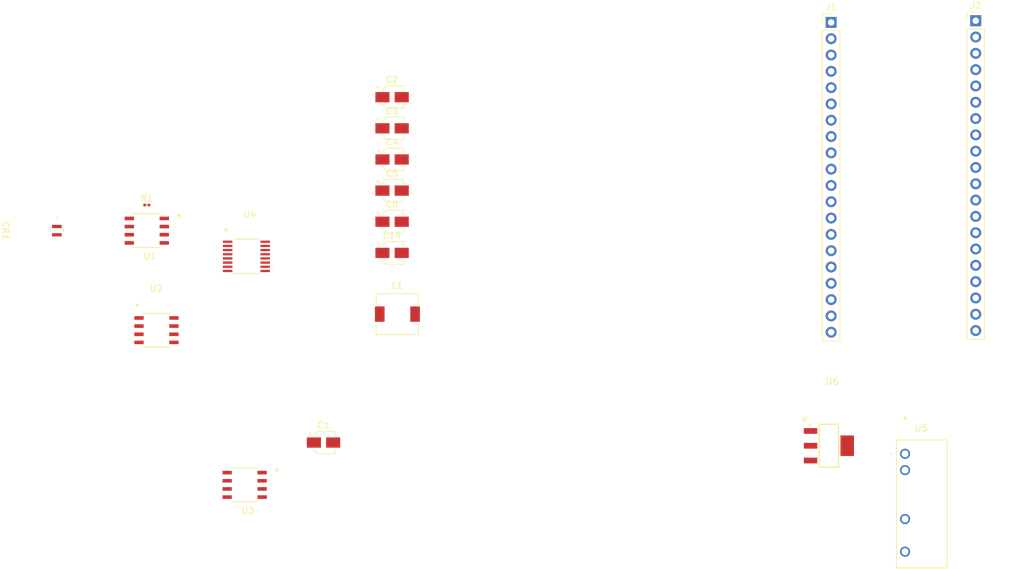
<source format=kicad_pcb>
(kicad_pcb (version 20241229) (generator "pcbnew") (generator_version "9.0")
  (layers (0 "F.Cu" signal) (2 "B.Cu" signal) (13 "F.Paste" user) (15 "B.Paste" user) (5 "F.SilkS" user "F.Silkscreen") (7 "B.SilkS" user "B.Silkscreen") (1 "F.Mask" user) (3 "B.Mask" user) (25 "Edge.Cuts" user))
  (net 0 "")
  (net 1 "GND")
  (net 2 "Net-(U2-NOISEREDUCTION)")
  (net 3 "Net-(U4-REFIO)")
  (net 4 "Net-(U4-REFCAP)")
  (net 5 "Net-(U6-IN)")
  (net 6 "Net-(U6-OUT)")
  (net 7 "Net-(C14-Pad1)")
  (net 8 "Net-(U1--)")
  (net 9 "Virtual Ground")
  (net 12 "ALARM")
  (net 18 "SPI_SCK")
  (net 20 "SPI_SDO")
  (net 25 "SPI_SDI")
  (net 28 "SPI_CS")
  (net 29 "RESET")
  (net 36 "VBUS")
  (net 42 "3V3")
  (net 50 "Net-(U5-+VOUT)")
  (net 51 "Signal")
  (net 54 "Op Amp Voltage Source")
  (net 56 "Net-(U2-OUT)")
  (net 59 "VDD")
  (net 66 "DVDD")
  (footprint "Connector_PinHeader_2.54mm:PinHeader_1x20_P2.54mm_Vertical" (layer "F.Cu") (at 175 43.06)
    (property "Reference" "J1" (at 0 -2.38 0) (layer "F.SilkS"))
    (property "Value" "Conn_01x20_Socket")
    (fp_line (start -1.38 -1.38) (end 0 -1.38) (stroke (width 0.12)) (layer "F.SilkS"))
    (fp_line (start -1.38 0) (end -1.38 -1.38) (stroke (width 0.12)) (layer "F.SilkS"))
    (fp_line (start -1.38 1.27) (end -1.38 49.64) (stroke (width 0.12)) (layer "F.SilkS"))
    (fp_line (start -1.38 1.27) (end 1.38 1.27) (stroke (width 0.12)) (layer "F.SilkS"))
    (fp_line (start -1.38 49.64) (end 1.38 49.64) (stroke (width 0.12)) (layer "F.SilkS"))
    (fp_line (start 1.38 1.27) (end 1.38 49.64) (stroke (width 0.12)) (layer "F.SilkS"))
    (pad "1" thru_hole rect (at 0 0) (size 1.7 1.7) (drill 1) (layers "*.Cu" "*.Mask"))
    (pad "2" thru_hole circle (at 0 2.54) (size 1.7 1.7) (drill 1) (layers "*.Cu" "*.Mask"))
    (pad "3" thru_hole circle (at 0 5.08) (size 1.7 1.7) (drill 1) (layers "*.Cu" "*.Mask"))
    (pad "4" thru_hole circle (at 0 7.62) (size 1.7 1.7) (drill 1) (layers "*.Cu" "*.Mask") (net 18 "SPI_SCK"))
    (pad "5" thru_hole circle (at 0 10.16) (size 1.7 1.7) (drill 1) (layers "*.Cu" "*.Mask") (net 25 "SPI_SDI"))
    (pad "6" thru_hole circle (at 0 12.7) (size 1.7 1.7) (drill 1) (layers "*.Cu" "*.Mask") (net 20 "SPI_SDO"))
    (pad "7" thru_hole circle (at 0 15.24) (size 1.7 1.7) (drill 1) (layers "*.Cu" "*.Mask") (net 28 "SPI_CS"))
    (pad "8" thru_hole circle (at 0 17.78) (size 1.7 1.7) (drill 1) (layers "*.Cu" "*.Mask") (net 29 "RESET"))
    (pad "9" thru_hole circle (at 0 20.32) (size 1.7 1.7) (drill 1) (layers "*.Cu" "*.Mask") (net 12 "ALARM"))
    (pad "10" thru_hole circle (at 0 22.86) (size 1.7 1.7) (drill 1) (layers "*.Cu" "*.Mask"))
    (pad "11" thru_hole circle (at 0 25.4) (size 1.7 1.7) (drill 1) (layers "*.Cu" "*.Mask"))
    (pad "12" thru_hole circle (at 0 27.94) (size 1.7 1.7) (drill 1) (layers "*.Cu" "*.Mask"))
    (pad "13" thru_hole circle (at 0 30.48) (size 1.7 1.7) (drill 1) (layers "*.Cu" "*.Mask"))
    (pad "14" thru_hole circle (at 0 33.02) (size 1.7 1.7) (drill 1) (layers "*.Cu" "*.Mask"))
    (pad "15" thru_hole circle (at 0 35.56) (size 1.7 1.7) (drill 1) (layers "*.Cu" "*.Mask"))
    (pad "16" thru_hole circle (at 0 38.1) (size 1.7 1.7) (drill 1) (layers "*.Cu" "*.Mask"))
    (pad "17" thru_hole circle (at 0 40.64) (size 1.7 1.7) (drill 1) (layers "*.Cu" "*.Mask"))
    (pad "18" thru_hole circle (at 0 43.18) (size 1.7 1.7) (drill 1) (layers "*.Cu" "*.Mask"))
    (pad "19" thru_hole circle (at 0 45.72) (size 1.7 1.7) (drill 1) (layers "*.Cu" "*.Mask"))
    (pad "20" thru_hole circle (at 0 48.26) (size 1.7 1.7) (drill 1) (layers "*.Cu" "*.Mask"))
  )
  (footprint "00-footprint-library:OPA 657 D8" (layer "F.Cu") (at 83.721348 115.095)
    (property "Reference" "U3" (at 0.5 4 0) (layer "F.SilkS"))
    (property "Value" "OPA657U")
    (fp_line (start -2.1209 2.6289) (end 2.1209 2.6289) (stroke (width 0.1524)) (layer "F.SilkS"))
    (fp_line (start 2.1209 -2.6289) (end -2.1209 -2.6289) (stroke (width 0.1524)) (layer "F.SilkS"))
    (fp_text user "*" (at 5 -2 0) (layer "F.SilkS"))
    (fp_text user "*" (at 5 -2 0) (layer "F.SilkS"))
    (pad "1" smd rect (at -2.721348 -1.905) (size 1.454899 0.558) (layers "F.Cu" "F.Mask" "F.Paste"))
    (pad "2" smd rect (at -2.721348 -0.635) (size 1.454899 0.558) (layers "F.Cu" "F.Mask" "F.Paste") (net 9 "Virtual Ground"))
    (pad "3" smd rect (at -2.721348 0.635) (size 1.454899 0.558) (layers "F.Cu" "F.Mask" "F.Paste") (net 56 "Net-(U2-OUT)"))
    (pad "4" smd rect (at -2.721348 1.905) (size 1.454899 0.558) (layers "F.Cu" "F.Mask" "F.Paste") (net 1 "GND"))
    (pad "5" smd rect (at 2.721348 1.905) (size 1.454899 0.558) (layers "F.Cu" "F.Mask" "F.Paste"))
    (pad "6" smd rect (at 2.721348 0.635) (size 1.454899 0.558) (layers "F.Cu" "F.Mask" "F.Paste") (net 9 "Virtual Ground"))
    (pad "7" smd rect (at 2.721348 -0.635) (size 1.454899 0.558) (layers "F.Cu" "F.Mask" "F.Paste") (net 54 "Op Amp Voltage Source"))
    (pad "8" smd rect (at 2.721348 -1.905) (size 1.454899 0.558) (layers "F.Cu" "F.Mask" "F.Paste"))
  )
  (footprint "00-footprint-library:LM2940IMPX-8.0_NOPB DCY0004A_N" (layer "F.Cu") (at 174.650001 109)
    (property "Reference" "U6" (at 0.5 -10 0) (layer "F.SilkS"))
    (property "Value" "LM2940IMPX-8.0/NOPB")
    (fp_line (start -1.5 -3.350001) (end 1.5 -3.350001) (stroke (width 0.2)) (layer "F.SilkS"))
    (fp_line (start -1.5 3.349998) (end -1.5 -3.350001) (stroke (width 0.2)) (layer "F.SilkS"))
    (fp_line (start -1.5 3.349998) (end 1.5 3.349998) (stroke (width 0.2)) (layer "F.SilkS"))
    (fp_line (start 1.5 3.349998) (end 1.5 -3.350001) (stroke (width 0.2)) (layer "F.SilkS"))
    (fp_circle (center -2.849999 -3.300001) (end -2.724998 -3.300001) (stroke (width 0.25)) (fill no) (layer "F.SilkS"))
    (fp_text user "u" (at -3.7846 -4.318 0) (layer "F.SilkS"))
    (pad "1" smd rect (at -2.849999 -2.3 90) (size 0.900001 2.100001) (layers "F.Cu" "F.Mask" "F.Paste") (net 5 "Net-(U6-IN)"))
    (pad "2" smd rect (at -2.849999 0 90) (size 0.900001 2.100001) (layers "F.Cu" "F.Mask" "F.Paste") (net 1 "GND"))
    (pad "3" smd rect (at -2.849999 2.3 90) (size 0.900001 2.100001) (layers "F.Cu" "F.Mask" "F.Paste") (net 6 "Net-(U6-OUT)"))
    (pad "4" smd rect (at 2.849999 0 90) (size 3.200001 2.100001) (layers "F.Cu" "F.Mask" "F.Paste") (net 1 "GND"))
  )
  (footprint "Capacitor_SMD:CP_Elec_3x5.3" (layer "F.Cu") (at 106.67 74.11)
    (property "Reference" "C6" (at 0 -2.7 0) (layer "F.SilkS"))
    (property "Value" "22u")
    (fp_line (start -2.375 -1.435) (end -2 -1.435) (stroke (width 0.12)) (layer "F.SilkS"))
    (fp_line (start -2.1875 -1.6225) (end -2.1875 -1.2475) (stroke (width 0.12)) (layer "F.SilkS"))
    (fp_line (start -1.570563 -1.06) (end -0.870563 -1.76) (stroke (width 0.12)) (layer "F.SilkS"))
    (fp_line (start -1.570563 1.06) (end -0.870563 1.76) (stroke (width 0.12)) (layer "F.SilkS"))
    (fp_line (start -0.870563 -1.76) (end 1.76 -1.76) (stroke (width 0.12)) (layer "F.SilkS"))
    (fp_line (start -0.870563 1.76) (end 1.76 1.76) (stroke (width 0.12)) (layer "F.SilkS"))
    (fp_line (start 1.76 -1.76) (end 1.76 -1.06) (stroke (width 0.12)) (layer "F.SilkS"))
    (fp_line (start 1.76 1.76) (end 1.76 1.06) (stroke (width 0.12)) (layer "F.SilkS"))
    (pad "1" smd rect (at -1.5 0) (size 2.2 1.6) (layers "F.Cu" "F.Mask" "F.Paste") (net 6 "Net-(U6-OUT)"))
    (pad "2" smd rect (at 1.5 0) (size 2.2 1.6) (layers "F.Cu" "F.Mask" "F.Paste") (net 1 "GND"))
  )
  (footprint "Resistor_SMD:R_0201_0603Metric" (layer "F.Cu") (at 68.5 71.5)
    (property "Reference" "R1" (at 0 -1.05 0) (layer "F.SilkS"))
    (property "Value" "15k")
    (pad "1" smd roundrect (at -0.32 0) (size 0.46 0.4) (layers "F.Cu" "F.Mask") (net 8 "Net-(U1--)"))
    (pad "2" smd roundrect (at 0.32 0) (size 0.46 0.4) (layers "F.Cu" "F.Mask") (net 51 "Signal"))
  )
  (footprint "Capacitor_SMD:CP_Elec_3x5.3" (layer "F.Cu") (at 96 108.5)
    (property "Reference" "C1" (at 0 -2.7 0) (layer "F.SilkS"))
    (property "Value" "0.1u")
    (fp_line (start -2.375 -1.435) (end -2 -1.435) (stroke (width 0.12)) (layer "F.SilkS"))
    (fp_line (start -2.1875 -1.6225) (end -2.1875 -1.2475) (stroke (width 0.12)) (layer "F.SilkS"))
    (fp_line (start -1.570563 -1.06) (end -0.870563 -1.76) (stroke (width 0.12)) (layer "F.SilkS"))
    (fp_line (start -1.570563 1.06) (end -0.870563 1.76) (stroke (width 0.12)) (layer "F.SilkS"))
    (fp_line (start -0.870563 -1.76) (end 1.76 -1.76) (stroke (width 0.12)) (layer "F.SilkS"))
    (fp_line (start -0.870563 1.76) (end 1.76 1.76) (stroke (width 0.12)) (layer "F.SilkS"))
    (fp_line (start 1.76 -1.76) (end 1.76 -1.06) (stroke (width 0.12)) (layer "F.SilkS"))
    (fp_line (start 1.76 1.76) (end 1.76 1.06) (stroke (width 0.12)) (layer "F.SilkS"))
    (pad "1" smd rect (at -1.5 0) (size 2.2 1.6) (layers "F.Cu" "F.Mask" "F.Paste") (net 2 "Net-(U2-NOISEREDUCTION)"))
    (pad "2" smd rect (at 1.5 0) (size 2.2 1.6) (layers "F.Cu" "F.Mask" "F.Paste") (net 1 "GND"))
  )
  (footprint "Inductor_SMD:L_6.3x6.3_H3" (layer "F.Cu") (at 107.5 88.5)
    (property "Reference" "L1" (at 0 -4.45 0) (layer "F.SilkS"))
    (property "Value" "22u")
    (fp_line (start -3.3 -3.2) (end 3.3 -3.2) (stroke (width 0.12)) (layer "F.SilkS"))
    (fp_line (start -3.3 -1.5) (end -3.3 -3.2) (stroke (width 0.12)) (layer "F.SilkS"))
    (fp_line (start -3.3 3.2) (end -3.3 1.5) (stroke (width 0.12)) (layer "F.SilkS"))
    (fp_line (start 3.3 -3.2) (end 3.3 -1.5) (stroke (width 0.12)) (layer "F.SilkS"))
    (fp_line (start 3.3 1.5) (end 3.3 3.2) (stroke (width 0.12)) (layer "F.SilkS"))
    (fp_line (start 3.3 3.2) (end -3.3 3.2) (stroke (width 0.12)) (layer "F.SilkS"))
    (pad "1" smd rect (at -2.75 0) (size 1.5 2.4) (layers "F.Cu" "F.Mask" "F.Paste") (net 50 "Net-(U5-+VOUT)"))
    (pad "2" smd rect (at 2.75 0) (size 1.5 2.4) (layers "F.Cu" "F.Mask" "F.Paste") (net 7 "Net-(C14-Pad1)"))
  )
  (footprint "Capacitor_SMD:CP_Elec_3x5.3" (layer "F.Cu") (at 106.67 78.96)
    (property "Reference" "C14" (at 0 -2.7 0) (layer "F.SilkS"))
    (property "Value" "2.2u")
    (fp_line (start -2.375 -1.435) (end -2 -1.435) (stroke (width 0.12)) (layer "F.SilkS"))
    (fp_line (start -2.1875 -1.6225) (end -2.1875 -1.2475) (stroke (width 0.12)) (layer "F.SilkS"))
    (fp_line (start -1.570563 -1.06) (end -0.870563 -1.76) (stroke (width 0.12)) (layer "F.SilkS"))
    (fp_line (start -1.570563 1.06) (end -0.870563 1.76) (stroke (width 0.12)) (layer "F.SilkS"))
    (fp_line (start -0.870563 -1.76) (end 1.76 -1.76) (stroke (width 0.12)) (layer "F.SilkS"))
    (fp_line (start -0.870563 1.76) (end 1.76 1.76) (stroke (width 0.12)) (layer "F.SilkS"))
    (fp_line (start 1.76 -1.76) (end 1.76 -1.06) (stroke (width 0.12)) (layer "F.SilkS"))
    (fp_line (start 1.76 1.76) (end 1.76 1.06) (stroke (width 0.12)) (layer "F.SilkS"))
    (pad "1" smd rect (at -1.5 0) (size 2.2 1.6) (layers "F.Cu" "F.Mask" "F.Paste") (net 7 "Net-(C14-Pad1)"))
    (pad "2" smd rect (at 1.5 0) (size 2.2 1.6) (layers "F.Cu" "F.Mask" "F.Paste") (net 1 "GND"))
  )
  (footprint "00-footprint-library:ADS8691IPWR_TEX" (layer "F.Cu") (at 84 79.5)
    (property "Reference" "U4" (at 0.5 -6.5 0) (layer "F.SilkS"))
    (property "Value" "ADS8691IPWR")
    (fp_line (start -1.941024 2.6797) (end 1.941024 2.6797) (stroke (width 0.1524)) (layer "F.SilkS"))
    (fp_line (start 1.941024 -2.6797) (end -1.941024 -2.6797) (stroke (width 0.1524)) (layer "F.SilkS"))
    (fp_poly (pts (xy 4.1656 1.434501) (xy 4.1656 1.815501) (xy 3.9116 1.815501) (xy 3.9116 1.434501)) (fill yes) (layer "F.SilkS"))
    (fp_text user "*" (at -3.175 -3.773601 0) (layer "F.SilkS"))
    (fp_text user "*" (at -3.175 -3.773601 0) (layer "F.SilkS"))
    (pad "1" smd rect (at -2.921 -2.274999) (size 1.4732 0.3556) (layers "F.Cu" "F.Mask" "F.Paste") (net 1 "GND"))
    (pad "2" smd rect (at -2.921 -1.625001) (size 1.4732 0.3556) (layers "F.Cu" "F.Mask" "F.Paste") (net 42 "3V3"))
    (pad "3" smd rect (at -2.921 -0.974999) (size 1.4732 0.3556) (layers "F.Cu" "F.Mask" "F.Paste") (net 1 "GND"))
    (pad "4" smd rect (at -2.921 -0.325001) (size 1.4732 0.3556) (layers "F.Cu" "F.Mask" "F.Paste") (net 3 "Net-(U4-REFIO)"))
    (pad "5" smd rect (at -2.921 0.324998) (size 1.4732 0.3556) (layers "F.Cu" "F.Mask" "F.Paste") (net 1 "GND"))
    (pad "6" smd rect (at -2.921 0.974999) (size 1.4732 0.3556) (layers "F.Cu" "F.Mask" "F.Paste") (net 4 "Net-(U4-REFCAP)"))
    (pad "7" smd rect (at -2.921 1.624998) (size 1.4732 0.3556) (layers "F.Cu" "F.Mask" "F.Paste") (net 51 "Signal"))
    (pad "8" smd rect (at -2.921 2.274999) (size 1.4732 0.3556) (layers "F.Cu" "F.Mask" "F.Paste") (net 1 "GND"))
    (pad "9" smd rect (at 2.921 2.274999) (size 1.4732 0.3556) (layers "F.Cu" "F.Mask" "F.Paste") (net 29 "RESET"))
    (pad "10" smd rect (at 2.921 1.625001) (size 1.4732 0.3556) (layers "F.Cu" "F.Mask" "F.Paste") (net 25 "SPI_SDI"))
    (pad "11" smd rect (at 2.921 0.974999) (size 1.4732 0.3556) (layers "F.Cu" "F.Mask" "F.Paste") (net 28 "SPI_CS"))
    (pad "12" smd rect (at 2.921 0.325001) (size 1.4732 0.3556) (layers "F.Cu" "F.Mask" "F.Paste") (net 18 "SPI_SCK"))
    (pad "13" smd rect (at 2.921 -0.324998) (size 1.4732 0.3556) (layers "F.Cu" "F.Mask" "F.Paste") (net 20 "SPI_SDO"))
    (pad "14" smd rect (at 2.921 -0.974999) (size 1.4732 0.3556) (layers "F.Cu" "F.Mask" "F.Paste") (net 12 "ALARM"))
    (pad "15" smd rect (at 2.921 -1.624998) (size 1.4732 0.3556) (layers "F.Cu" "F.Mask" "F.Paste"))
    (pad "16" smd rect (at 2.921 -2.274999) (size 1.4732 0.3556) (layers "F.Cu" "F.Mask" "F.Paste") (net 66 "DVDD"))
  )
  (footprint "00-footprint-library:D8_TEX TLE2426-EP_D_8" (layer "F.Cu") (at 70 91)
    (property "Reference" "U2" (at 0 -6.5 0) (layer "F.SilkS"))
    (property "Value" "TLE2426-EP_D_8")
    (fp_line (start -2.1209 2.6289) (end 2.1209 2.6289) (stroke (width 0.1524)) (layer "F.SilkS"))
    (fp_line (start 2.1209 -2.6289) (end -2.1209 -2.6289) (stroke (width 0.1524)) (layer "F.SilkS"))
    (fp_text user "*" (at -2.97535 -3.606 0) (layer "F.SilkS"))
    (fp_text user "*" (at -2.97535 -3.606 0) (layer "F.SilkS"))
    (pad "1" smd rect (at -2.721348 -1.905) (size 1.454899 0.558) (layers "F.Cu" "F.Mask" "F.Paste") (net 56 "Net-(U2-OUT)"))
    (pad "2" smd rect (at -2.721348 -0.635) (size 1.454899 0.558) (layers "F.Cu" "F.Mask" "F.Paste") (net 1 "GND"))
    (pad "3" smd rect (at -2.721348 0.635) (size 1.454899 0.558) (layers "F.Cu" "F.Mask" "F.Paste") (net 59 "VDD"))
    (pad "4" smd rect (at -2.721348 1.905) (size 1.454899 0.558) (layers "F.Cu" "F.Mask" "F.Paste"))
    (pad "5" smd rect (at 2.721348 1.905) (size 1.454899 0.558) (layers "F.Cu" "F.Mask" "F.Paste"))
    (pad "6" smd rect (at 2.721348 0.635) (size 1.454899 0.558) (layers "F.Cu" "F.Mask" "F.Paste"))
    (pad "7" smd rect (at 2.721348 -0.635) (size 1.454899 0.558) (layers "F.Cu" "F.Mask" "F.Paste"))
    (pad "8" smd rect (at 2.721348 -1.905) (size 1.454899 0.558) (layers "F.Cu" "F.Mask" "F.Paste") (net 2 "Net-(U2-NOISEREDUCTION)"))
  )
  (footprint "Capacitor_SMD:CP_Elec_3x5.3" (layer "F.Cu") (at 106.67 64.41)
    (property "Reference" "C4" (at 0 -2.7 0) (layer "F.SilkS"))
    (property "Value" "1u")
    (fp_line (start -2.375 -1.435) (end -2 -1.435) (stroke (width 0.12)) (layer "F.SilkS"))
    (fp_line (start -2.1875 -1.6225) (end -2.1875 -1.2475) (stroke (width 0.12)) (layer "F.SilkS"))
    (fp_line (start -1.570563 -1.06) (end -0.870563 -1.76) (stroke (width 0.12)) (layer "F.SilkS"))
    (fp_line (start -1.570563 1.06) (end -0.870563 1.76) (stroke (width 0.12)) (layer "F.SilkS"))
    (fp_line (start -0.870563 -1.76) (end 1.76 -1.76) (stroke (width 0.12)) (layer "F.SilkS"))
    (fp_line (start -0.870563 1.76) (end 1.76 1.76) (stroke (width 0.12)) (layer "F.SilkS"))
    (fp_line (start 1.76 -1.76) (end 1.76 -1.06) (stroke (width 0.12)) (layer "F.SilkS"))
    (fp_line (start 1.76 1.76) (end 1.76 1.06) (stroke (width 0.12)) (layer "F.SilkS"))
    (pad "1" smd rect (at -1.5 0) (size 2.2 1.6) (layers "F.Cu" "F.Mask" "F.Paste") (net 4 "Net-(U4-REFCAP)"))
    (pad "2" smd rect (at 1.5 0) (size 2.2 1.6) (layers "F.Cu" "F.Mask" "F.Paste") (net 1 "GND"))
  )
  (footprint "Capacitor_SMD:CP_Elec_3x5.3" (layer "F.Cu") (at 106.67 69.26)
    (property "Reference" "C5" (at 0 -2.7 0) (layer "F.SilkS"))
    (property "Value" "0.47u")
    (fp_line (start -2.375 -1.435) (end -2 -1.435) (stroke (width 0.12)) (layer "F.SilkS"))
    (fp_line (start -2.1875 -1.6225) (end -2.1875 -1.2475) (stroke (width 0.12)) (layer "F.SilkS"))
    (fp_line (start -1.570563 -1.06) (end -0.870563 -1.76) (stroke (width 0.12)) (layer "F.SilkS"))
    (fp_line (start -1.570563 1.06) (end -0.870563 1.76) (stroke (width 0.12)) (layer "F.SilkS"))
    (fp_line (start -0.870563 -1.76) (end 1.76 -1.76) (stroke (width 0.12)) (layer "F.SilkS"))
    (fp_line (start -0.870563 1.76) (end 1.76 1.76) (stroke (width 0.12)) (layer "F.SilkS"))
    (fp_line (start 1.76 -1.76) (end 1.76 -1.06) (stroke (width 0.12)) (layer "F.SilkS"))
    (fp_line (start 1.76 1.76) (end 1.76 1.06) (stroke (width 0.12)) (layer "F.SilkS"))
    (pad "1" smd rect (at -1.5 0) (size 2.2 1.6) (layers "F.Cu" "F.Mask" "F.Paste") (net 5 "Net-(U6-IN)"))
    (pad "2" smd rect (at 1.5 0) (size 2.2 1.6) (layers "F.Cu" "F.Mask" "F.Paste") (net 1 "GND"))
  )
  (footprint "Capacitor_SMD:CP_Elec_3x5.3" (layer "F.Cu") (at 106.67 59.56)
    (property "Reference" "C3" (at 0 -2.7 0) (layer "F.SilkS"))
    (property "Value" "10u")
    (fp_line (start -2.375 -1.435) (end -2 -1.435) (stroke (width 0.12)) (layer "F.SilkS"))
    (fp_line (start -2.1875 -1.6225) (end -2.1875 -1.2475) (stroke (width 0.12)) (layer "F.SilkS"))
    (fp_line (start -1.570563 -1.06) (end -0.870563 -1.76) (stroke (width 0.12)) (layer "F.SilkS"))
    (fp_line (start -1.570563 1.06) (end -0.870563 1.76) (stroke (width 0.12)) (layer "F.SilkS"))
    (fp_line (start -0.870563 -1.76) (end 1.76 -1.76) (stroke (width 0.12)) (layer "F.SilkS"))
    (fp_line (start -0.870563 1.76) (end 1.76 1.76) (stroke (width 0.12)) (layer "F.SilkS"))
    (fp_line (start 1.76 -1.76) (end 1.76 -1.06) (stroke (width 0.12)) (layer "F.SilkS"))
    (fp_line (start 1.76 1.76) (end 1.76 1.06) (stroke (width 0.12)) (layer "F.SilkS"))
    (pad "1" smd rect (at -1.5 0) (size 2.2 1.6) (layers "F.Cu" "F.Mask" "F.Paste") (net 4 "Net-(U4-REFCAP)"))
    (pad "2" smd rect (at 1.5 0) (size 2.2 1.6) (layers "F.Cu" "F.Mask" "F.Paste") (net 1 "GND"))
  )
  (footprint "Connector_PinHeader_2.54mm:PinHeader_1x20_P2.54mm_Vertical" (layer "F.Cu") (at 197.5 42.8)
    (property "Reference" "J2" (at 0 -2.38 0) (layer "F.SilkS"))
    (property "Value" "Conn_01x20_Socket")
    (fp_line (start -1.38 -1.38) (end 0 -1.38) (stroke (width 0.12)) (layer "F.SilkS"))
    (fp_line (start -1.38 0) (end -1.38 -1.38) (stroke (width 0.12)) (layer "F.SilkS"))
    (fp_line (start -1.38 1.27) (end -1.38 49.64) (stroke (width 0.12)) (layer "F.SilkS"))
    (fp_line (start -1.38 1.27) (end 1.38 1.27) (stroke (width 0.12)) (layer "F.SilkS"))
    (fp_line (start -1.38 49.64) (end 1.38 49.64) (stroke (width 0.12)) (layer "F.SilkS"))
    (fp_line (start 1.38 1.27) (end 1.38 49.64) (stroke (width 0.12)) (layer "F.SilkS"))
    (pad "1" thru_hole rect (at 0 0) (size 1.7 1.7) (drill 1) (layers "*.Cu" "*.Mask"))
    (pad "2" thru_hole circle (at 0 2.54) (size 1.7 1.7) (drill 1) (layers "*.Cu" "*.Mask"))
    (pad "3" thru_hole circle (at 0 5.08) (size 1.7 1.7) (drill 1) (layers "*.Cu" "*.Mask"))
    (pad "4" thru_hole circle (at 0 7.62) (size 1.7 1.7) (drill 1) (layers "*.Cu" "*.Mask"))
    (pad "5" thru_hole circle (at 0 10.16) (size 1.7 1.7) (drill 1) (layers "*.Cu" "*.Mask"))
    (pad "6" thru_hole circle (at 0 12.7) (size 1.7 1.7) (drill 1) (layers "*.Cu" "*.Mask"))
    (pad "7" thru_hole circle (at 0 15.24) (size 1.7 1.7) (drill 1) (layers "*.Cu" "*.Mask"))
    (pad "8" thru_hole circle (at 0 17.78) (size 1.7 1.7) (drill 1) (layers "*.Cu" "*.Mask"))
    (pad "9" thru_hole circle (at 0 20.32) (size 1.7 1.7) (drill 1) (layers "*.Cu" "*.Mask"))
    (pad "10" thru_hole circle (at 0 22.86) (size 1.7 1.7) (drill 1) (layers "*.Cu" "*.Mask"))
    (pad "11" thru_hole circle (at 0 25.4) (size 1.7 1.7) (drill 1) (layers "*.Cu" "*.Mask"))
    (pad "12" thru_hole circle (at 0 27.94) (size 1.7 1.7) (drill 1) (layers "*.Cu" "*.Mask"))
    (pad "13" thru_hole circle (at 0 30.48) (size 1.7 1.7) (drill 1) (layers "*.Cu" "*.Mask"))
    (pad "14" thru_hole circle (at 0 33.02) (size 1.7 1.7) (drill 1) (layers "*.Cu" "*.Mask"))
    (pad "15" thru_hole circle (at 0 35.56) (size 1.7 1.7) (drill 1) (layers "*.Cu" "*.Mask"))
    (pad "16" thru_hole circle (at 0 38.1) (size 1.7 1.7) (drill 1) (layers "*.Cu" "*.Mask") (net 42 "3V3"))
    (pad "17" thru_hole circle (at 0 40.64) (size 1.7 1.7) (drill 1) (layers "*.Cu" "*.Mask"))
    (pad "18" thru_hole circle (at 0 43.18) (size 1.7 1.7) (drill 1) (layers "*.Cu" "*.Mask"))
    (pad "19" thru_hole circle (at 0 45.72) (size 1.7 1.7) (drill 1) (layers "*.Cu" "*.Mask"))
    (pad "20" thru_hole circle (at 0 48.26) (size 1.7 1.7) (drill 1) (layers "*.Cu" "*.Mask") (net 36 "VBUS"))
  )
  (footprint "00-footprint-library:FR4_C30737MH_EXT" (layer "F.Cu") (at 54.5 75.5 -90)
    (property "Reference" "CR1" (at 0 8 270) (layer "F.SilkS"))
    (property "Value" "C30737MH-500-90C")
    (fp_line (start -0.178758 1.0033) (end 0.178758 1.0033) (stroke (width 0.1524)) (layer "F.SilkS"))
    (fp_line (start 0.178758 -1.0033) (end -0.178758 -1.0033) (stroke (width 0.1524)) (layer "F.SilkS"))
    (fp_circle (center -2.0574 0) (end -1.9812 0) (stroke (width 0.1524)) (fill no) (layer "F.SilkS"))
    (pad "1" smd rect (at -0.6477 0 270) (size 0.508 1.4986) (layers "F.Cu" "F.Mask" "F.Paste") (net 8 "Net-(U1--)"))
    (pad "2" smd rect (at 0.6477 0 270) (size 0.508 1.4986) (layers "F.Cu" "F.Mask" "F.Paste") (net 9 "Virtual Ground"))
  )
  (footprint "00-footprint-library:DC_MEV3_7P65X19P65_MUR" (layer "F.Cu") (at 186.5 110.259999)
    (property "Reference" "U5" (at 2.5 -4 0) (layer "F.SilkS"))
    (property "Value" "MEV3S0515SC")
    (fp_line (start -1.3497 -2.157) (end -1.3497 17.7566) (stroke (width 0.1524)) (layer "F.SilkS"))
    (fp_line (start -1.3497 17.7566) (end 6.5497 17.7566) (stroke (width 0.1524)) (layer "F.SilkS"))
    (fp_line (start 6.5497 -2.157) (end -1.3497 -2.157) (stroke (width 0.1524)) (layer "F.SilkS"))
    (fp_line (start 6.5497 17.7566) (end 6.5497 -2.157) (stroke (width 0.1524)) (layer "F.SilkS"))
    (fp_circle (center -2.159 0) (end -2.0828 0) (stroke (width 0.1524)) (fill no) (layer "F.SilkS"))
    (fp_text user "*" (at 0 -5.253334 0) (layer "F.SilkS"))
    (fp_text user "*" (at 0 -5.253334 0) (layer "F.SilkS"))
    (pad "1" thru_hole circle (at 0 0) (size 1.5748 1.5748) (drill 1.0668) (layers "*.Cu" "*.Mask") (net 36 "VBUS"))
    (pad "2" thru_hole circle (at 0 2.540001) (size 1.5748 1.5748) (drill 1.0668) (layers "*.Cu" "*.Mask") (net 1 "GND"))
    (pad "5" thru_hole circle (at 0 10.160001) (size 1.5748 1.5748) (drill 1.0668) (layers "*.Cu" "*.Mask") (net 1 "GND"))
    (pad "7" thru_hole circle (at 0 15.240001) (size 1.5748 1.5748) (drill 1.0668) (layers "*.Cu" "*.Mask") (net 50 "Net-(U5-+VOUT)"))
  )
  (footprint "00-footprint-library:OPA 657 D8" (layer "F.Cu") (at 68.5 75.5)
    (property "Reference" "U1" (at 0.5 4 0) (layer "F.SilkS"))
    (property "Value" "OPA657U")
    (fp_line (start -2.1209 2.6289) (end 2.1209 2.6289) (stroke (width 0.1524)) (layer "F.SilkS"))
    (fp_line (start 2.1209 -2.6289) (end -2.1209 -2.6289) (stroke (width 0.1524)) (layer "F.SilkS"))
    (fp_text user "*" (at 5 -2 0) (layer "F.SilkS"))
    (fp_text user "*" (at 5 -2 0) (layer "F.SilkS"))
    (pad "1" smd rect (at -2.721348 -1.905) (size 1.454899 0.558) (layers "F.Cu" "F.Mask" "F.Paste"))
    (pad "2" smd rect (at -2.721348 -0.635) (size 1.454899 0.558) (layers "F.Cu" "F.Mask" "F.Paste") (net 8 "Net-(U1--)"))
    (pad "3" smd rect (at -2.721348 0.635) (size 1.454899 0.558) (layers "F.Cu" "F.Mask" "F.Paste") (net 9 "Virtual Ground"))
    (pad "4" smd rect (at -2.721348 1.905) (size 1.454899 0.558) (layers "F.Cu" "F.Mask" "F.Paste") (net 1 "GND"))
    (pad "5" smd rect (at 2.721348 1.905) (size 1.454899 0.558) (layers "F.Cu" "F.Mask" "F.Paste"))
    (pad "6" smd rect (at 2.721348 0.635) (size 1.454899 0.558) (layers "F.Cu" "F.Mask" "F.Paste") (net 51 "Signal"))
    (pad "7" smd rect (at 2.721348 -0.635) (size 1.454899 0.558) (layers "F.Cu" "F.Mask" "F.Paste") (net 54 "Op Amp Voltage Source"))
    (pad "8" smd rect (at 2.721348 -1.905) (size 1.454899 0.558) (layers "F.Cu" "F.Mask" "F.Paste"))
  )
  (footprint "Capacitor_SMD:CP_Elec_3x5.3" (layer "F.Cu") (at 106.67 54.71)
    (property "Reference" "C2" (at 0 -2.7 0) (layer "F.SilkS"))
    (property "Value" "4.7u")
    (fp_line (start -2.375 -1.435) (end -2 -1.435) (stroke (width 0.12)) (layer "F.SilkS"))
    (fp_line (start -2.1875 -1.6225) (end -2.1875 -1.2475) (stroke (width 0.12)) (layer "F.SilkS"))
    (fp_line (start -1.570563 -1.06) (end -0.870563 -1.76) (stroke (width 0.12)) (layer "F.SilkS"))
    (fp_line (start -1.570563 1.06) (end -0.870563 1.76) (stroke (width 0.12)) (layer "F.SilkS"))
    (fp_line (start -0.870563 -1.76) (end 1.76 -1.76) (stroke (width 0.12)) (layer "F.SilkS"))
    (fp_line (start -0.870563 1.76) (end 1.76 1.76) (stroke (width 0.12)) (layer "F.SilkS"))
    (fp_line (start 1.76 -1.76) (end 1.76 -1.06) (stroke (width 0.12)) (layer "F.SilkS"))
    (fp_line (start 1.76 1.76) (end 1.76 1.06) (stroke (width 0.12)) (layer "F.SilkS"))
    (pad "1" smd rect (at -1.5 0) (size 2.2 1.6) (layers "F.Cu" "F.Mask" "F.Paste") (net 3 "Net-(U4-REFIO)"))
    (pad "2" smd rect (at 1.5 0) (size 2.2 1.6) (layers "F.Cu" "F.Mask" "F.Paste") (net 1 "GND"))
  )
)
</source>
